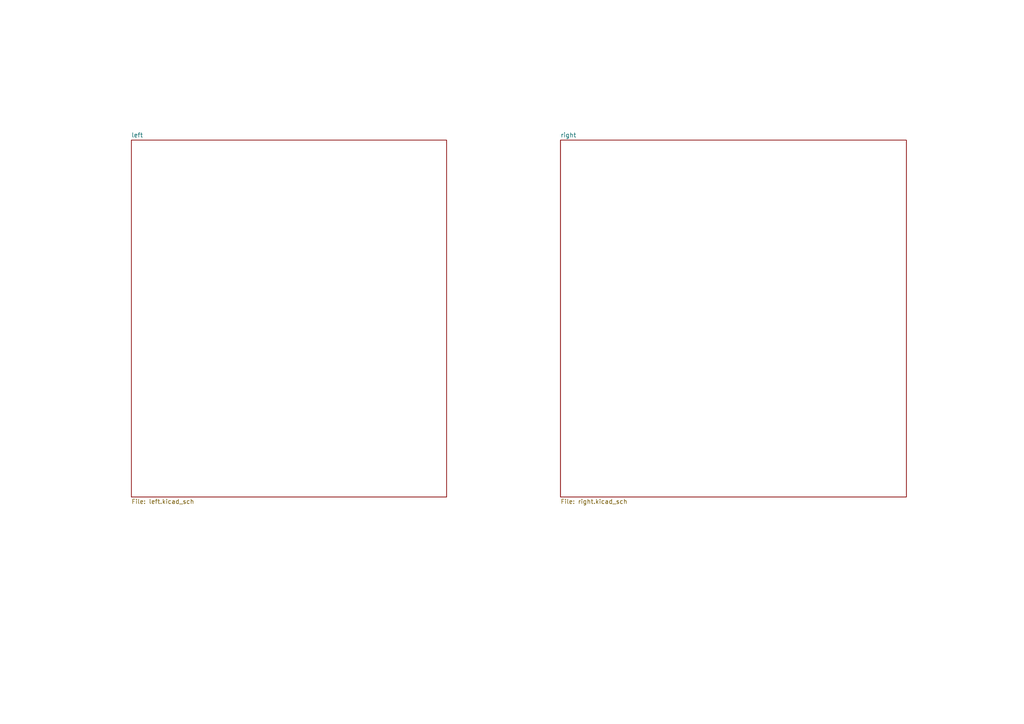
<source format=kicad_sch>
(kicad_sch
	(version 20231120)
	(generator "eeschema")
	(generator_version "8.0")
	(uuid "d470e7a4-966e-4b7e-b716-aac18e0b3811")
	(paper "A4")
	(lib_symbols)
	(sheet
		(at 162.56 40.64)
		(size 100.33 103.505)
		(fields_autoplaced yes)
		(stroke
			(width 0.1524)
			(type solid)
		)
		(fill
			(color 0 0 0 0.0000)
		)
		(uuid "7368bfa4-9957-402b-978e-3e10016f763f")
		(property "Sheetname" "right"
			(at 162.56 39.9284 0)
			(effects
				(font
					(size 1.27 1.27)
				)
				(justify left bottom)
			)
		)
		(property "Sheetfile" "right.kicad_sch"
			(at 162.56 144.7296 0)
			(effects
				(font
					(size 1.27 1.27)
				)
				(justify left top)
			)
		)
		(instances
			(project "torabo-tsuki-lp-S"
				(path "/d470e7a4-966e-4b7e-b716-aac18e0b3811"
					(page "3")
				)
			)
		)
	)
	(sheet
		(at 38.1 40.64)
		(size 91.44 103.505)
		(fields_autoplaced yes)
		(stroke
			(width 0.1524)
			(type solid)
		)
		(fill
			(color 0 0 0 0.0000)
		)
		(uuid "875ad885-ab17-45c9-9ede-ac02233b55af")
		(property "Sheetname" "left"
			(at 38.1 39.9284 0)
			(effects
				(font
					(size 1.27 1.27)
				)
				(justify left bottom)
			)
		)
		(property "Sheetfile" "left.kicad_sch"
			(at 38.1 144.7296 0)
			(effects
				(font
					(size 1.27 1.27)
				)
				(justify left top)
			)
		)
		(instances
			(project "torabo-tsuki-lp-S"
				(path "/d470e7a4-966e-4b7e-b716-aac18e0b3811"
					(page "2")
				)
			)
		)
	)
	(sheet_instances
		(path "/"
			(page "1")
		)
	)
)

</source>
